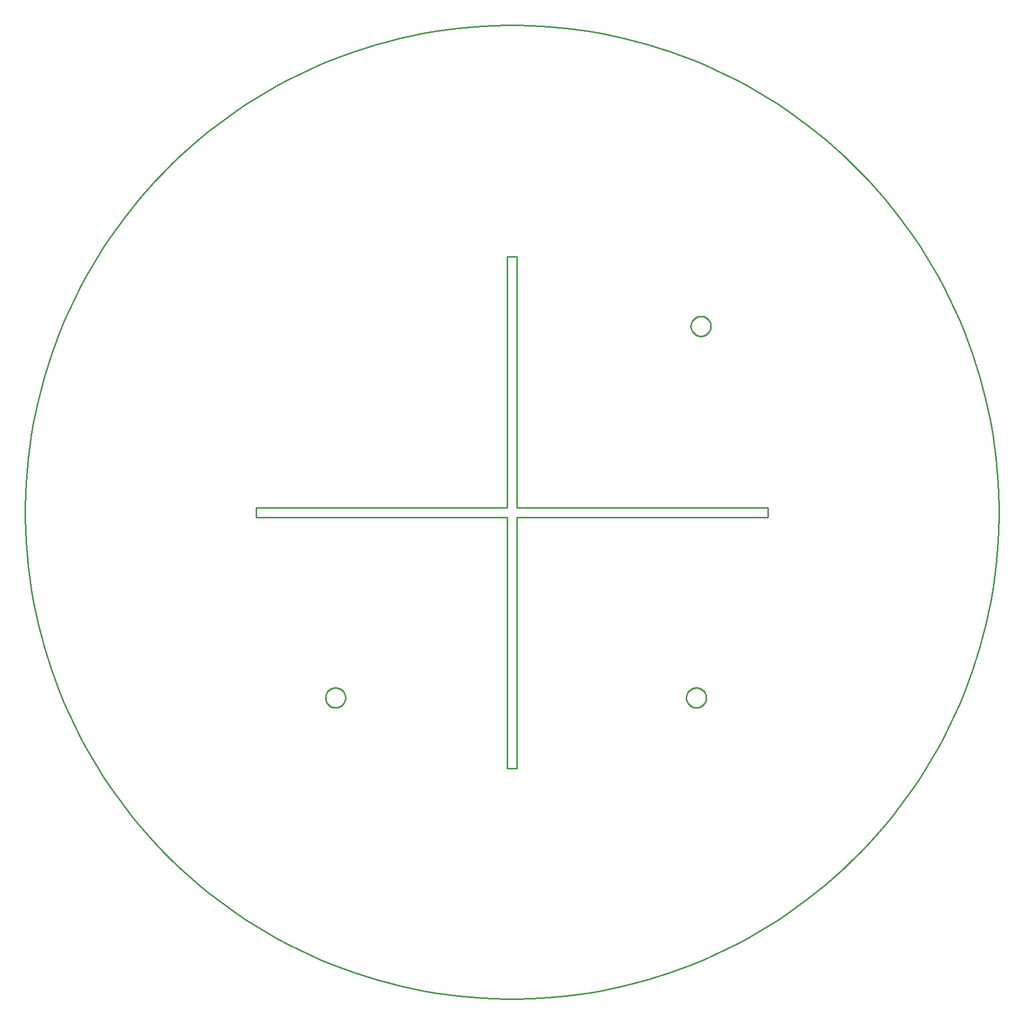
<source format=gbr>
G04 EAGLE Gerber RS-274X export*
G75*
%MOMM*%
%FSLAX34Y34*%
%LPD*%
%IN*%
%IPPOS*%
%AMOC8*
5,1,8,0,0,1.08239X$1,22.5*%
G01*
%ADD10C,0.254000*%


D10*
X1606226Y790106D02*
X1606226Y809894D01*
X1605740Y829677D01*
X1604769Y849442D01*
X1603313Y869177D01*
X1601374Y888871D01*
X1598951Y908511D01*
X1596048Y928085D01*
X1592665Y947583D01*
X1588804Y966991D01*
X1584468Y986299D01*
X1579660Y1005495D01*
X1574382Y1024567D01*
X1568638Y1043503D01*
X1562430Y1062293D01*
X1555764Y1080925D01*
X1548642Y1099388D01*
X1541069Y1117670D01*
X1533050Y1135762D01*
X1524589Y1153650D01*
X1515692Y1171326D01*
X1506363Y1188778D01*
X1496610Y1205996D01*
X1486436Y1222970D01*
X1475849Y1239688D01*
X1464855Y1256142D01*
X1453461Y1272321D01*
X1441673Y1288215D01*
X1429498Y1303816D01*
X1416944Y1319113D01*
X1404019Y1334097D01*
X1390729Y1348759D01*
X1377084Y1363091D01*
X1363091Y1377084D01*
X1348759Y1390729D01*
X1334097Y1404019D01*
X1319113Y1416944D01*
X1303816Y1429498D01*
X1288215Y1441673D01*
X1272321Y1453461D01*
X1256142Y1464855D01*
X1239688Y1475849D01*
X1222970Y1486436D01*
X1205996Y1496610D01*
X1188778Y1506363D01*
X1171326Y1515692D01*
X1153650Y1524589D01*
X1135762Y1533050D01*
X1117670Y1541069D01*
X1099388Y1548642D01*
X1080925Y1555764D01*
X1062293Y1562430D01*
X1043503Y1568638D01*
X1024567Y1574382D01*
X1005495Y1579660D01*
X986299Y1584468D01*
X966991Y1588804D01*
X947583Y1592665D01*
X928085Y1596048D01*
X908511Y1598951D01*
X888871Y1601374D01*
X869177Y1603313D01*
X849442Y1604769D01*
X829677Y1605740D01*
X809894Y1606226D01*
X790106Y1606226D01*
X770323Y1605740D01*
X750558Y1604769D01*
X730823Y1603313D01*
X711129Y1601374D01*
X691489Y1598951D01*
X671915Y1596048D01*
X652417Y1592665D01*
X633009Y1588804D01*
X613701Y1584468D01*
X594505Y1579660D01*
X575433Y1574382D01*
X556497Y1568638D01*
X537707Y1562430D01*
X519075Y1555764D01*
X500612Y1548642D01*
X482330Y1541069D01*
X464238Y1533050D01*
X446350Y1524589D01*
X428674Y1515692D01*
X411222Y1506363D01*
X394004Y1496610D01*
X377030Y1486436D01*
X360312Y1475849D01*
X343858Y1464855D01*
X327679Y1453461D01*
X311785Y1441673D01*
X296184Y1429498D01*
X280887Y1416944D01*
X265903Y1404019D01*
X251241Y1390729D01*
X236909Y1377084D01*
X222916Y1363091D01*
X209271Y1348759D01*
X195981Y1334097D01*
X183056Y1319113D01*
X170502Y1303816D01*
X158327Y1288215D01*
X146539Y1272321D01*
X135145Y1256142D01*
X124151Y1239688D01*
X113564Y1222970D01*
X103390Y1205996D01*
X93637Y1188778D01*
X84308Y1171326D01*
X75411Y1153650D01*
X66950Y1135762D01*
X58931Y1117670D01*
X51358Y1099388D01*
X44236Y1080925D01*
X37570Y1062293D01*
X31362Y1043503D01*
X25618Y1024567D01*
X20340Y1005495D01*
X15532Y986299D01*
X11196Y966991D01*
X7335Y947583D01*
X3952Y928085D01*
X1049Y908511D01*
X-1374Y888871D01*
X-3313Y869177D01*
X-4769Y849442D01*
X-5740Y829677D01*
X-6226Y809894D01*
X-6226Y790106D01*
X-5740Y770323D01*
X-4769Y750558D01*
X-3313Y730823D01*
X-1374Y711129D01*
X1049Y691489D01*
X3952Y671915D01*
X7335Y652417D01*
X11196Y633009D01*
X15532Y613701D01*
X20340Y594505D01*
X25618Y575433D01*
X31362Y556497D01*
X37570Y537707D01*
X44236Y519075D01*
X51358Y500612D01*
X58931Y482330D01*
X66950Y464238D01*
X75411Y446350D01*
X84308Y428674D01*
X93637Y411222D01*
X103390Y394004D01*
X113564Y377030D01*
X124151Y360312D01*
X135145Y343858D01*
X146539Y327679D01*
X158327Y311785D01*
X170502Y296184D01*
X183056Y280887D01*
X195981Y265903D01*
X209271Y251241D01*
X222916Y236909D01*
X236909Y222916D01*
X251241Y209271D01*
X265903Y195981D01*
X280887Y183056D01*
X296184Y170502D01*
X311785Y158327D01*
X327679Y146539D01*
X343858Y135145D01*
X360312Y124151D01*
X377030Y113564D01*
X394004Y103390D01*
X411222Y93637D01*
X428674Y84308D01*
X446350Y75411D01*
X464238Y66950D01*
X482330Y58931D01*
X500612Y51358D01*
X519075Y44236D01*
X537707Y37570D01*
X556497Y31362D01*
X575433Y25618D01*
X594505Y20340D01*
X613701Y15532D01*
X633009Y11196D01*
X652417Y7335D01*
X671915Y3952D01*
X691489Y1049D01*
X711129Y-1374D01*
X730823Y-3313D01*
X750558Y-4769D01*
X770323Y-5740D01*
X790106Y-6226D01*
X809894Y-6226D01*
X829677Y-5740D01*
X849442Y-4769D01*
X869177Y-3313D01*
X888871Y-1374D01*
X908511Y1049D01*
X928085Y3952D01*
X947583Y7335D01*
X966991Y11196D01*
X986299Y15532D01*
X1005495Y20340D01*
X1024567Y25618D01*
X1043503Y31362D01*
X1062293Y37570D01*
X1080925Y44236D01*
X1099388Y51358D01*
X1117670Y58931D01*
X1135762Y66950D01*
X1153650Y75411D01*
X1171326Y84308D01*
X1188778Y93637D01*
X1205996Y103390D01*
X1222970Y113564D01*
X1239688Y124151D01*
X1256142Y135145D01*
X1272321Y146539D01*
X1288215Y158327D01*
X1303816Y170502D01*
X1319113Y183056D01*
X1334097Y195981D01*
X1348759Y209271D01*
X1363091Y222916D01*
X1377084Y236909D01*
X1390729Y251241D01*
X1404019Y265903D01*
X1416944Y280887D01*
X1429498Y296184D01*
X1441673Y311785D01*
X1453461Y327679D01*
X1464855Y343858D01*
X1475849Y360312D01*
X1486436Y377030D01*
X1496610Y394004D01*
X1506363Y411222D01*
X1515692Y428674D01*
X1524589Y446350D01*
X1533050Y464238D01*
X1541069Y482330D01*
X1548642Y500612D01*
X1555764Y519075D01*
X1562430Y537707D01*
X1568638Y556497D01*
X1574382Y575433D01*
X1579660Y594505D01*
X1584468Y613701D01*
X1588804Y633009D01*
X1592665Y652417D01*
X1596048Y671915D01*
X1598951Y691489D01*
X1601374Y711129D01*
X1603313Y730823D01*
X1604769Y750558D01*
X1605740Y770323D01*
X1606226Y790106D01*
X376100Y791300D02*
X792100Y791300D01*
X792100Y375300D01*
X808100Y375300D01*
X808100Y791300D01*
X1224100Y791300D01*
X1224100Y807300D01*
X808100Y807300D01*
X808100Y1223300D01*
X792100Y1223300D01*
X792100Y807300D01*
X376100Y807300D01*
X376100Y791300D01*
X1093130Y481182D02*
X1092417Y481994D01*
X1091759Y482852D01*
X1091158Y483751D01*
X1090618Y484687D01*
X1090140Y485656D01*
X1089726Y486655D01*
X1089379Y487679D01*
X1089099Y488723D01*
X1088888Y489783D01*
X1088747Y490855D01*
X1088676Y491933D01*
X1088676Y493014D01*
X1088747Y494093D01*
X1088888Y495165D01*
X1089099Y496225D01*
X1089379Y497269D01*
X1089726Y498293D01*
X1090140Y499291D01*
X1090618Y500261D01*
X1091158Y501197D01*
X1091759Y502096D01*
X1092417Y502953D01*
X1093130Y503766D01*
X1093894Y504530D01*
X1094707Y505243D01*
X1095564Y505901D01*
X1096463Y506502D01*
X1097399Y507042D01*
X1098369Y507520D01*
X1099367Y507934D01*
X1100391Y508281D01*
X1101435Y508561D01*
X1102495Y508772D01*
X1103567Y508913D01*
X1104646Y508984D01*
X1105727Y508984D01*
X1106805Y508913D01*
X1107877Y508772D01*
X1108937Y508561D01*
X1109981Y508281D01*
X1111005Y507934D01*
X1112004Y507520D01*
X1112973Y507042D01*
X1113909Y506502D01*
X1114808Y505901D01*
X1115666Y505243D01*
X1116478Y504530D01*
X1117243Y503766D01*
X1117955Y502953D01*
X1118614Y502096D01*
X1119214Y501197D01*
X1119755Y500261D01*
X1120233Y499291D01*
X1120646Y498293D01*
X1120994Y497269D01*
X1121274Y496225D01*
X1121484Y495165D01*
X1121626Y494093D01*
X1121696Y493014D01*
X1121696Y491933D01*
X1121626Y490855D01*
X1121484Y489783D01*
X1121274Y488723D01*
X1120994Y487679D01*
X1120646Y486655D01*
X1120233Y485656D01*
X1119755Y484687D01*
X1119214Y483751D01*
X1118614Y482852D01*
X1117955Y481994D01*
X1117243Y481182D01*
X1116478Y480417D01*
X1115666Y479705D01*
X1114808Y479046D01*
X1113909Y478446D01*
X1112973Y477905D01*
X1112004Y477427D01*
X1111005Y477014D01*
X1109981Y476666D01*
X1108937Y476386D01*
X1107877Y476176D01*
X1106805Y476034D01*
X1105727Y475964D01*
X1104646Y475964D01*
X1103567Y476034D01*
X1102495Y476176D01*
X1101435Y476386D01*
X1100391Y476666D01*
X1099367Y477014D01*
X1098369Y477427D01*
X1097399Y477905D01*
X1096463Y478446D01*
X1095564Y479046D01*
X1094707Y479705D01*
X1093894Y480417D01*
X1093130Y481182D01*
X496422Y504530D02*
X497234Y505243D01*
X498092Y505901D01*
X498991Y506502D01*
X499927Y507042D01*
X500896Y507520D01*
X501895Y507934D01*
X502919Y508281D01*
X503963Y508561D01*
X505023Y508772D01*
X506095Y508913D01*
X507173Y508984D01*
X508254Y508984D01*
X509333Y508913D01*
X510405Y508772D01*
X511465Y508561D01*
X512509Y508281D01*
X513533Y507934D01*
X514531Y507520D01*
X515501Y507042D01*
X516437Y506502D01*
X517336Y505901D01*
X518193Y505243D01*
X519006Y504530D01*
X519770Y503766D01*
X520483Y502953D01*
X521141Y502096D01*
X521742Y501197D01*
X522282Y500261D01*
X522760Y499291D01*
X523174Y498293D01*
X523521Y497269D01*
X523801Y496225D01*
X524012Y495165D01*
X524153Y494093D01*
X524224Y493014D01*
X524224Y491933D01*
X524153Y490855D01*
X524012Y489783D01*
X523801Y488723D01*
X523521Y487679D01*
X523174Y486655D01*
X522760Y485656D01*
X522282Y484687D01*
X521742Y483751D01*
X521141Y482852D01*
X520483Y481994D01*
X519770Y481182D01*
X519006Y480417D01*
X518193Y479705D01*
X517336Y479046D01*
X516437Y478446D01*
X515501Y477905D01*
X514531Y477427D01*
X513533Y477014D01*
X512509Y476666D01*
X511465Y476386D01*
X510405Y476176D01*
X509333Y476034D01*
X508254Y475964D01*
X507173Y475964D01*
X506095Y476034D01*
X505023Y476176D01*
X503963Y476386D01*
X502919Y476666D01*
X501895Y477014D01*
X500896Y477427D01*
X499927Y477905D01*
X498991Y478446D01*
X498092Y479046D01*
X497234Y479705D01*
X496422Y480417D01*
X495657Y481182D01*
X494945Y481994D01*
X494286Y482852D01*
X493686Y483751D01*
X493145Y484687D01*
X492667Y485656D01*
X492254Y486655D01*
X491906Y487679D01*
X491626Y488723D01*
X491416Y489783D01*
X491274Y490855D01*
X491204Y491933D01*
X491204Y493014D01*
X491274Y494093D01*
X491416Y495165D01*
X491626Y496225D01*
X491906Y497269D01*
X492254Y498293D01*
X492667Y499291D01*
X493145Y500261D01*
X493686Y501197D01*
X494286Y502096D01*
X494945Y502953D01*
X495657Y503766D01*
X496422Y504530D01*
X1124098Y1095670D02*
X1123286Y1094957D01*
X1122428Y1094299D01*
X1121529Y1093698D01*
X1120593Y1093158D01*
X1119624Y1092680D01*
X1118625Y1092266D01*
X1117601Y1091919D01*
X1116557Y1091639D01*
X1115497Y1091428D01*
X1114425Y1091287D01*
X1113347Y1091216D01*
X1112266Y1091216D01*
X1111187Y1091287D01*
X1110115Y1091428D01*
X1109055Y1091639D01*
X1108011Y1091919D01*
X1106987Y1092266D01*
X1105989Y1092680D01*
X1105019Y1093158D01*
X1104083Y1093698D01*
X1103184Y1094299D01*
X1102327Y1094957D01*
X1101514Y1095670D01*
X1100750Y1096434D01*
X1100037Y1097247D01*
X1099379Y1098104D01*
X1098778Y1099003D01*
X1098238Y1099939D01*
X1097760Y1100909D01*
X1097346Y1101907D01*
X1096999Y1102931D01*
X1096719Y1103975D01*
X1096508Y1105035D01*
X1096367Y1106107D01*
X1096296Y1107186D01*
X1096296Y1108267D01*
X1096367Y1109345D01*
X1096508Y1110417D01*
X1096719Y1111477D01*
X1096999Y1112521D01*
X1097346Y1113545D01*
X1097760Y1114544D01*
X1098238Y1115513D01*
X1098778Y1116449D01*
X1099379Y1117348D01*
X1100037Y1118206D01*
X1100750Y1119018D01*
X1101514Y1119783D01*
X1102327Y1120495D01*
X1103184Y1121154D01*
X1104083Y1121754D01*
X1105019Y1122295D01*
X1105989Y1122773D01*
X1106987Y1123186D01*
X1108011Y1123534D01*
X1109055Y1123814D01*
X1110115Y1124024D01*
X1111187Y1124166D01*
X1112266Y1124236D01*
X1113347Y1124236D01*
X1114425Y1124166D01*
X1115497Y1124024D01*
X1116557Y1123814D01*
X1117601Y1123534D01*
X1118625Y1123186D01*
X1119624Y1122773D01*
X1120593Y1122295D01*
X1121529Y1121754D01*
X1122428Y1121154D01*
X1123286Y1120495D01*
X1124098Y1119783D01*
X1124863Y1119018D01*
X1125575Y1118206D01*
X1126234Y1117348D01*
X1126834Y1116449D01*
X1127375Y1115513D01*
X1127853Y1114544D01*
X1128266Y1113545D01*
X1128614Y1112521D01*
X1128894Y1111477D01*
X1129104Y1110417D01*
X1129246Y1109345D01*
X1129316Y1108267D01*
X1129316Y1107186D01*
X1129246Y1106107D01*
X1129104Y1105035D01*
X1128894Y1103975D01*
X1128614Y1102931D01*
X1128266Y1101907D01*
X1127853Y1100909D01*
X1127375Y1099939D01*
X1126834Y1099003D01*
X1126234Y1098104D01*
X1125575Y1097247D01*
X1124863Y1096434D01*
X1124098Y1095670D01*
M02*

</source>
